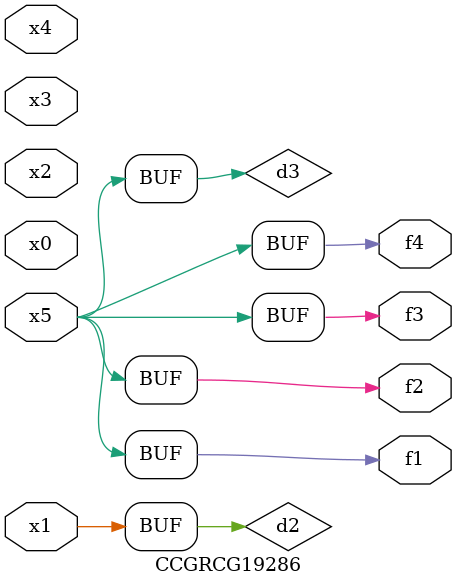
<source format=v>
module CCGRCG19286(
	input x0, x1, x2, x3, x4, x5,
	output f1, f2, f3, f4
);

	wire d1, d2, d3;

	not (d1, x5);
	or (d2, x1);
	xnor (d3, d1);
	assign f1 = d3;
	assign f2 = d3;
	assign f3 = d3;
	assign f4 = d3;
endmodule

</source>
